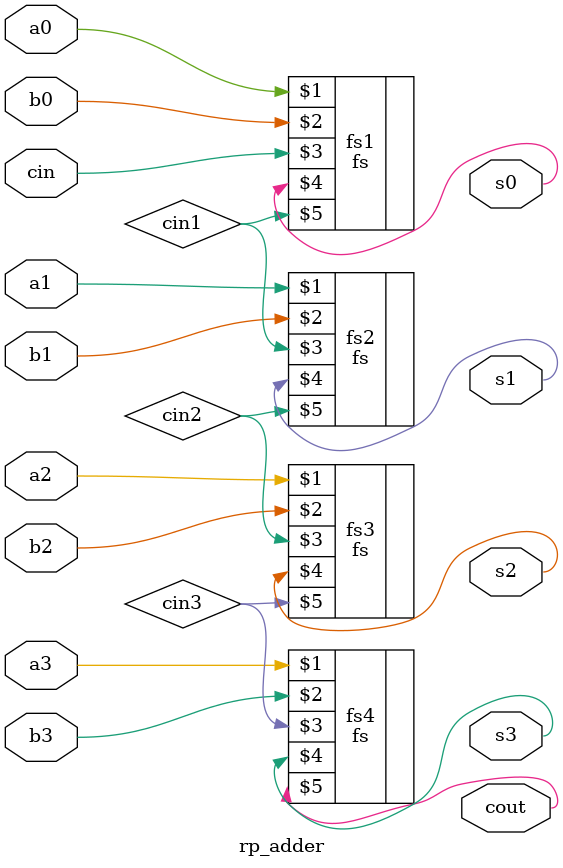
<source format=v>
`timescale 1ns / 1ps

module rp_adder(
    input  a0,a1,a2,a3,b0,b1,b2,b3,cin,
    output s0,s1,s2,s3,cout
    );
    
    wire cin1,cin2,cin3;
    
    // adder 1 
    fs fs1 (a0,b0,cin,s0,cin1);
    // adder 2
    fs fs2 (a1,b1,cin1,s1,cin2);
    // adder 3 
    fs fs3 (a2,b2,cin2,s2,cin3);
    // adder4
    fs fs4 (a3,b3,cin3,s3,cout);
endmodule

</source>
